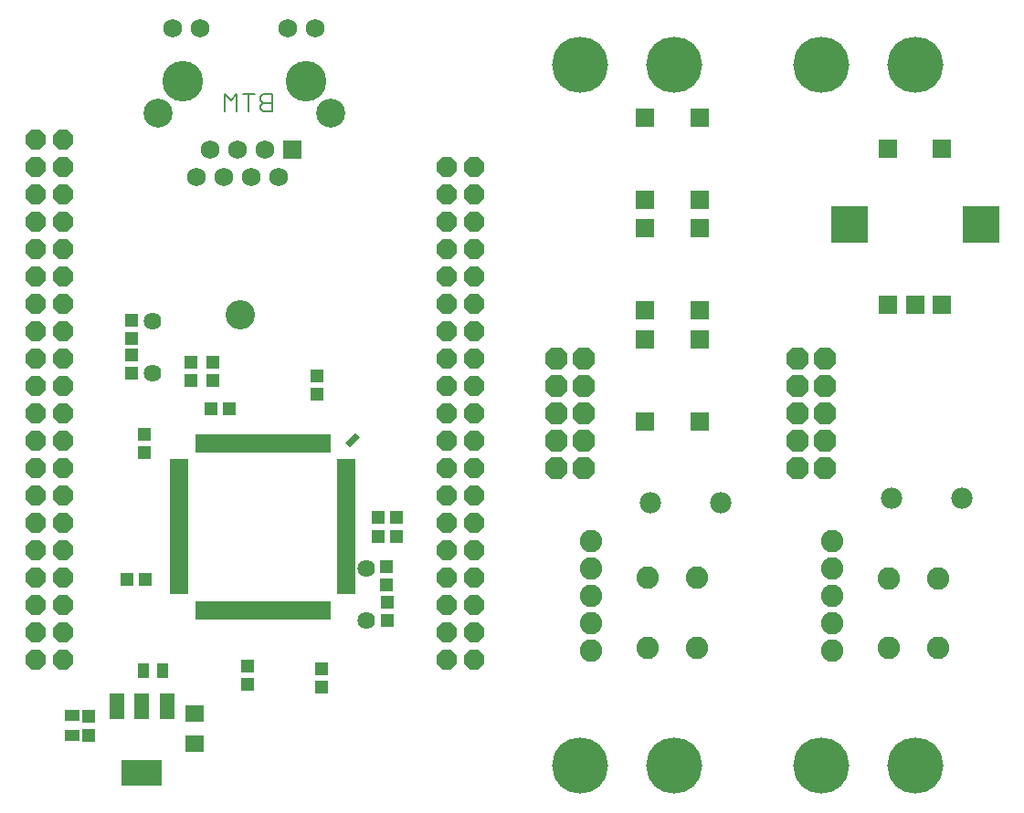
<source format=gbs>
G75*
%MOIN*%
%OFA0B0*%
%FSLAX24Y24*%
%IPPOS*%
%LPD*%
%AMOC8*
5,1,8,0,0,1.08239X$1,22.5*
%
%ADD10R,0.0252X0.0504*%
%ADD11C,0.0060*%
%ADD12R,0.0671X0.0186*%
%ADD13R,0.0186X0.0671*%
%ADD14C,0.0640*%
%ADD15R,0.0474X0.0513*%
%ADD16R,0.0513X0.0474*%
%ADD17R,0.0560X0.0960*%
%ADD18R,0.1497X0.0946*%
%ADD19R,0.0552X0.0395*%
%ADD20R,0.0710X0.0631*%
%ADD21R,0.0680X0.0680*%
%ADD22C,0.0680*%
%ADD23C,0.1055*%
%ADD24C,0.1480*%
%ADD25OC8,0.0740*%
%ADD26R,0.0395X0.0552*%
%ADD27C,0.0820*%
%ADD28OC8,0.0820*%
%ADD29C,0.0780*%
%ADD30R,0.0714X0.0714*%
%ADD31R,0.1346X0.1346*%
%ADD32C,0.1070*%
%ADD33C,0.2049*%
D10*
G36*
X012993Y015383D02*
X013171Y015205D01*
X012815Y014849D01*
X012637Y015027D01*
X012993Y015383D01*
G37*
D11*
X009968Y027119D02*
X009648Y027119D01*
X009541Y027225D01*
X009541Y027332D01*
X009648Y027439D01*
X009968Y027439D01*
X009968Y027759D02*
X009648Y027759D01*
X009541Y027652D01*
X009541Y027546D01*
X009648Y027439D01*
X009968Y027119D02*
X009968Y027759D01*
X009323Y027759D02*
X008896Y027759D01*
X009110Y027759D02*
X009110Y027119D01*
X008679Y027119D02*
X008679Y027759D01*
X008465Y027546D01*
X008252Y027759D01*
X008252Y027119D01*
D12*
X006582Y014319D03*
X006582Y014122D03*
X006582Y013925D03*
X006582Y013728D03*
X006582Y013531D03*
X006582Y013334D03*
X006582Y013138D03*
X006582Y012941D03*
X006582Y012744D03*
X006582Y012547D03*
X006582Y012350D03*
X006582Y012153D03*
X006582Y011956D03*
X006582Y011760D03*
X006582Y011563D03*
X006582Y011366D03*
X006582Y011169D03*
X006582Y010972D03*
X006582Y010775D03*
X006582Y010578D03*
X006582Y010382D03*
X006582Y010185D03*
X006582Y009988D03*
X006582Y009791D03*
X006582Y009594D03*
X012684Y009594D03*
X012684Y009791D03*
X012684Y009988D03*
X012684Y010185D03*
X012684Y010382D03*
X012684Y010578D03*
X012684Y010775D03*
X012684Y010972D03*
X012684Y011169D03*
X012684Y011366D03*
X012684Y011563D03*
X012684Y011760D03*
X012684Y011956D03*
X012684Y012153D03*
X012684Y012350D03*
X012684Y012547D03*
X012684Y012744D03*
X012684Y012941D03*
X012684Y013138D03*
X012684Y013334D03*
X012684Y013531D03*
X012684Y013728D03*
X012684Y013925D03*
X012684Y014122D03*
X012684Y014319D03*
D13*
X011995Y015008D03*
X011798Y015008D03*
X011601Y015008D03*
X011404Y015008D03*
X011208Y015008D03*
X011011Y015008D03*
X010814Y015008D03*
X010617Y015008D03*
X010420Y015008D03*
X010223Y015008D03*
X010027Y015008D03*
X009830Y015008D03*
X009633Y015008D03*
X009436Y015008D03*
X009239Y015008D03*
X009042Y015008D03*
X008845Y015008D03*
X008649Y015008D03*
X008452Y015008D03*
X008255Y015008D03*
X008058Y015008D03*
X007861Y015008D03*
X007664Y015008D03*
X007467Y015008D03*
X007271Y015008D03*
X007271Y008905D03*
X007467Y008905D03*
X007664Y008905D03*
X007861Y008905D03*
X008058Y008905D03*
X008255Y008905D03*
X008452Y008905D03*
X008649Y008905D03*
X008845Y008905D03*
X009042Y008905D03*
X009239Y008905D03*
X009436Y008905D03*
X009633Y008905D03*
X009830Y008905D03*
X010027Y008905D03*
X010223Y008905D03*
X010420Y008905D03*
X010617Y008905D03*
X010814Y008905D03*
X011011Y008905D03*
X011208Y008905D03*
X011404Y008905D03*
X011601Y008905D03*
X011798Y008905D03*
X011995Y008905D03*
D14*
X013417Y008540D03*
X013417Y010440D03*
X005618Y017577D03*
X005618Y019477D03*
D15*
X004847Y019487D03*
X004847Y018818D03*
X004852Y018222D03*
X004852Y017553D03*
X007008Y017283D03*
X007008Y017952D03*
X007809Y017952D03*
X007809Y017283D03*
X005304Y015341D03*
X005304Y014671D03*
X011616Y016794D03*
X011616Y017463D03*
X014147Y010499D03*
X014147Y009830D03*
X014157Y009209D03*
X014157Y008540D03*
X011768Y006766D03*
X011768Y006097D03*
X009064Y006193D03*
X009064Y006863D03*
X003277Y005016D03*
X003277Y004347D03*
D16*
X004677Y010016D03*
X005346Y010016D03*
X007733Y016267D03*
X008402Y016267D03*
X013833Y012312D03*
X014502Y012312D03*
X014507Y011607D03*
X013838Y011607D03*
D17*
X006129Y005401D03*
X005219Y005401D03*
X004309Y005401D03*
D18*
X005219Y002961D03*
D19*
X002673Y004339D03*
X002673Y005048D03*
D20*
X007126Y005121D03*
X007126Y004019D03*
D21*
X010703Y025722D03*
D22*
X009703Y025722D03*
X008703Y025722D03*
X007703Y025722D03*
X008203Y024722D03*
X007203Y024722D03*
X009203Y024722D03*
X010203Y024722D03*
X010553Y030172D03*
X011553Y030172D03*
X007353Y030172D03*
X006353Y030172D03*
D23*
X005803Y027072D03*
X012103Y027072D03*
D24*
X011203Y028222D03*
X006703Y028222D03*
D25*
X002329Y026082D03*
X002329Y025082D03*
X002329Y024082D03*
X002329Y023082D03*
X002329Y022082D03*
X002329Y021082D03*
X002329Y020082D03*
X002329Y019082D03*
X002329Y018082D03*
X002329Y017082D03*
X002329Y016082D03*
X002329Y015082D03*
X002329Y014082D03*
X002329Y013082D03*
X002329Y012082D03*
X002329Y011082D03*
X002329Y010082D03*
X002329Y009082D03*
X002329Y008082D03*
X002329Y007082D03*
X001329Y007082D03*
X001329Y008082D03*
X001329Y009082D03*
X001329Y010082D03*
X001329Y011082D03*
X001329Y012082D03*
X001329Y013082D03*
X001329Y014082D03*
X001329Y015082D03*
X001329Y016082D03*
X001329Y017082D03*
X001329Y018082D03*
X001329Y019082D03*
X001329Y020082D03*
X001329Y021082D03*
X001329Y022082D03*
X001329Y023082D03*
X001329Y024082D03*
X001329Y025082D03*
X001329Y026082D03*
X016329Y025082D03*
X016329Y024082D03*
X016329Y023082D03*
X016329Y022082D03*
X016329Y021082D03*
X016329Y020082D03*
X016329Y019082D03*
X016329Y018082D03*
X016329Y017082D03*
X016329Y016082D03*
X016329Y015082D03*
X016329Y014082D03*
X016329Y013082D03*
X016329Y012082D03*
X016329Y011082D03*
X016329Y010082D03*
X016329Y009082D03*
X016329Y008082D03*
X016329Y007082D03*
X017329Y007082D03*
X017329Y008082D03*
X017329Y009082D03*
X017329Y010082D03*
X017329Y011082D03*
X017329Y012082D03*
X017329Y013082D03*
X017329Y014082D03*
X017329Y015082D03*
X017329Y016082D03*
X017329Y017082D03*
X017329Y018082D03*
X017329Y019082D03*
X017329Y020082D03*
X017329Y021082D03*
X017329Y022082D03*
X017329Y023082D03*
X017329Y024082D03*
X017329Y025082D03*
D26*
X005968Y006698D03*
X005259Y006698D03*
D27*
X021595Y007425D03*
X021595Y008425D03*
X021595Y009425D03*
X021595Y010425D03*
X021595Y011425D03*
X023677Y010087D03*
X025457Y010087D03*
X025457Y007527D03*
X023677Y007527D03*
X030395Y007415D03*
X030395Y008415D03*
X030395Y009415D03*
X030395Y010415D03*
X030395Y011415D03*
X032477Y010077D03*
X034257Y010077D03*
X034257Y007517D03*
X032477Y007517D03*
D28*
X030131Y014081D03*
X030131Y015081D03*
X030131Y016081D03*
X030131Y017081D03*
X030131Y018081D03*
X029131Y018081D03*
X029131Y017081D03*
X029131Y016081D03*
X029131Y015081D03*
X029131Y014081D03*
X021331Y014091D03*
X020331Y014091D03*
X020331Y015091D03*
X021331Y015091D03*
X021331Y016091D03*
X020331Y016091D03*
X020331Y017091D03*
X021331Y017091D03*
X021331Y018091D03*
X020331Y018091D03*
D29*
X023788Y012841D03*
X026347Y012841D03*
X032588Y013011D03*
X035147Y013011D03*
D30*
X034419Y020049D03*
X033434Y020049D03*
X032450Y020049D03*
X032450Y025758D03*
X034419Y025758D03*
X025578Y026909D03*
X023578Y026909D03*
X023578Y023909D03*
X023578Y022849D03*
X025578Y022849D03*
X025578Y023909D03*
X025578Y019849D03*
X025578Y018789D03*
X023578Y018789D03*
X023578Y019849D03*
X023578Y015789D03*
X025578Y015789D03*
D31*
X031033Y023002D03*
X035836Y023002D03*
D32*
X008789Y019701D03*
D33*
X021205Y028827D03*
X024625Y028827D03*
X030005Y028817D03*
X033425Y028817D03*
X033429Y003230D03*
X030009Y003230D03*
X024629Y003240D03*
X021209Y003240D03*
M02*

</source>
